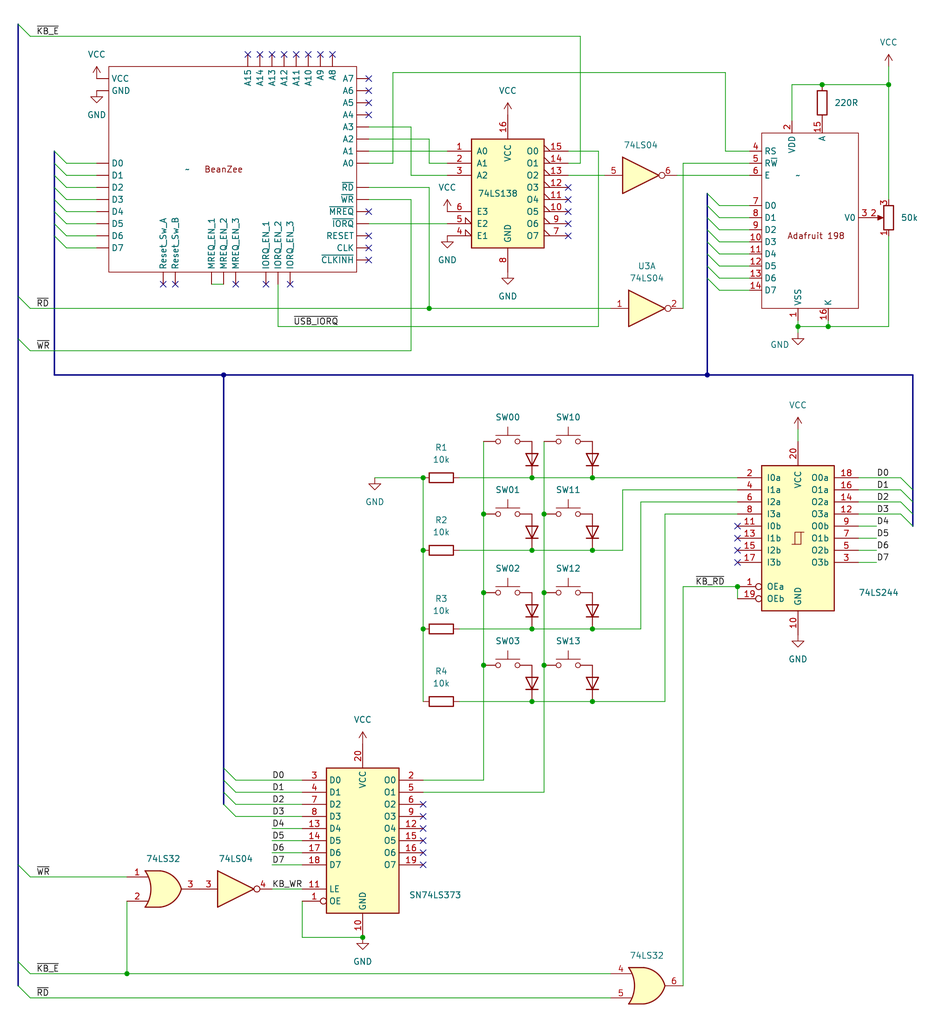
<source format=kicad_sch>
(kicad_sch (version 20230121) (generator eeschema)
  (paper "User" 200 215.011)
  (lib_symbols
    (symbol "74xx:74LS04"
      (property "Reference" "U" (at 0 1.27 0))
      (property "Value" "74LS04" (at 0 -1.27 0))
      (symbol "74LS04_1_0"
        (polyline (pts (xy -3.81 3.81) (xy -3.81 -3.81) (xy 3.81 0) (xy -3.81 3.81)) (stroke (width 0.254)) (fill (type background)))
        (pin input line (at -7.62 0 0) (length 3.81) (name "~") (number "1"))
        (pin output inverted (at 7.62 0 180) (length 3.81) (name "~") (number "2"))
      )
      (symbol "74LS04_2_0"
        (polyline (pts (xy -3.81 3.81) (xy -3.81 -3.81) (xy 3.81 0) (xy -3.81 3.81)) (stroke (width 0.254)) (fill (type background)))
        (pin input line (at -7.62 0 0) (length 3.81) (name "~") (number "3"))
        (pin output inverted (at 7.62 0 180) (length 3.81) (name "~") (number "4"))
      )
      (symbol "74LS04_3_0"
        (polyline (pts (xy -3.81 3.81) (xy -3.81 -3.81) (xy 3.81 0) (xy -3.81 3.81)) (stroke (width 0.254)) (fill (type background)))
        (pin input line (at -7.62 0 0) (length 3.81) (name "~") (number "5"))
        (pin output inverted (at 7.62 0 180) (length 3.81) (name "~") (number "6"))
      )
      (symbol "74LS04_4_0"
        (polyline (pts (xy -3.81 3.81) (xy -3.81 -3.81) (xy 3.81 0) (xy -3.81 3.81)) (stroke (width 0.254)) (fill (type background)))
        (pin output inverted (at 7.62 0 180) (length 3.81) (name "~") (number "8"))
        (pin input line (at -7.62 0 0) (length 3.81) (name "~") (number "9"))
      )
      (symbol "74LS04_5_0"
        (polyline (pts (xy -3.81 3.81) (xy -3.81 -3.81) (xy 3.81 0) (xy -3.81 3.81)) (stroke (width 0.254)) (fill (type background)))
        (pin output inverted (at 7.62 0 180) (length 3.81) (name "~") (number "10"))
        (pin input line (at -7.62 0 0) (length 3.81) (name "~") (number "11"))
      )
      (symbol "74LS04_6_0"
        (polyline (pts (xy -3.81 3.81) (xy -3.81 -3.81) (xy 3.81 0) (xy -3.81 3.81)) (stroke (width 0.254)) (fill (type background)))
        (pin output inverted (at 7.62 0 180) (length 3.81) (name "~") (number "12"))
        (pin input line (at -7.62 0 0) (length 3.81) (name "~") (number "13"))
      )
      (symbol "74LS04_7_0"
        (pin power_in line (at 0 12.7 270) (length 5.08) (name "VCC") (number "14"))
        (pin power_in line (at 0 -12.7 90) (length 5.08) (name "GND") (number "7"))
      )
      (symbol "74LS04_7_1"
        (rectangle (start -5.08 7.62) (end 5.08 -7.62) (stroke (width 0.254)) (fill (type background)))
      )
    )
    (symbol "74xx:74LS138" (pin_names (offset 1.016))
      (property "Reference" "U" (at -7.62 11.43 0))
      (property "Value" "74LS138" (at -7.62 -13.97 0))
      (symbol "74LS138_1_0"
        (pin input line (at -12.7 7.62 0) (length 5.08) (name "A0") (number "1"))
        (pin output output_low (at 12.7 -5.08 180) (length 5.08) (name "O5") (number "10"))
        (pin output output_low (at 12.7 -2.54 180) (length 5.08) (name "O4") (number "11"))
        (pin output output_low (at 12.7 0 180) (length 5.08) (name "O3") (number "12"))
        (pin output output_low (at 12.7 2.54 180) (length 5.08) (name "O2") (number "13"))
        (pin output output_low (at 12.7 5.08 180) (length 5.08) (name "O1") (number "14"))
        (pin output output_low (at 12.7 7.62 180) (length 5.08) (name "O0") (number "15"))
        (pin power_in line (at 0 15.24 270) (length 5.08) (name "VCC") (number "16"))
        (pin input line (at -12.7 5.08 0) (length 5.08) (name "A1") (number "2"))
        (pin input line (at -12.7 2.54 0) (length 5.08) (name "A2") (number "3"))
        (pin input input_low (at -12.7 -10.16 0) (length 5.08) (name "E1") (number "4"))
        (pin input input_low (at -12.7 -7.62 0) (length 5.08) (name "E2") (number "5"))
        (pin input line (at -12.7 -5.08 0) (length 5.08) (name "E3") (number "6"))
        (pin output output_low (at 12.7 -10.16 180) (length 5.08) (name "O7") (number "7"))
        (pin power_in line (at 0 -17.78 90) (length 5.08) (name "GND") (number "8"))
        (pin output output_low (at 12.7 -7.62 180) (length 5.08) (name "O6") (number "9"))
      )
      (symbol "74LS138_1_1"
        (rectangle (start -7.62 10.16) (end 7.62 -12.7) (stroke (width 0.254)) (fill (type background)))
      )
    )
    (symbol "74xx:74LS244" (pin_names (offset 1.016))
      (property "Reference" "U" (at -7.62 16.51 0))
      (property "Value" "74LS244" (at -7.62 -16.51 0))
      (symbol "74LS244_1_0"
        (polyline (pts (xy -0.635 -1.27) (xy -0.635 1.27) (xy 0.635 1.27)))
        (polyline (pts (xy -1.27 -1.27) (xy 0.635 -1.27) (xy 0.635 1.27) (xy 1.27 1.27)))
        (pin input inverted (at -12.7 -10.16 0) (length 5.08) (name "OEa") (number "1"))
        (pin power_in line (at 0 -20.32 90) (length 5.08) (name "GND") (number "10"))
        (pin input line (at -12.7 2.54 0) (length 5.08) (name "I0b") (number "11"))
        (pin tri_state line (at 12.7 5.08 180) (length 5.08) (name "O3a") (number "12"))
        (pin input line (at -12.7 0 0) (length 5.08) (name "I1b") (number "13"))
        (pin tri_state line (at 12.7 7.62 180) (length 5.08) (name "O2a") (number "14"))
        (pin input line (at -12.7 -2.54 0) (length 5.08) (name "I2b") (number "15"))
        (pin tri_state line (at 12.7 10.16 180) (length 5.08) (name "O1a") (number "16"))
        (pin input line (at -12.7 -5.08 0) (length 5.08) (name "I3b") (number "17"))
        (pin tri_state line (at 12.7 12.7 180) (length 5.08) (name "O0a") (number "18"))
        (pin input inverted (at -12.7 -12.7 0) (length 5.08) (name "OEb") (number "19"))
        (pin input line (at -12.7 12.7 0) (length 5.08) (name "I0a") (number "2"))
        (pin power_in line (at 0 20.32 270) (length 5.08) (name "VCC") (number "20"))
        (pin tri_state line (at 12.7 -5.08 180) (length 5.08) (name "O3b") (number "3"))
        (pin input line (at -12.7 10.16 0) (length 5.08) (name "I1a") (number "4"))
        (pin tri_state line (at 12.7 -2.54 180) (length 5.08) (name "O2b") (number "5"))
        (pin input line (at -12.7 7.62 0) (length 5.08) (name "I2a") (number "6"))
        (pin tri_state line (at 12.7 0 180) (length 5.08) (name "O1b") (number "7"))
        (pin input line (at -12.7 5.08 0) (length 5.08) (name "I3a") (number "8"))
        (pin tri_state line (at 12.7 2.54 180) (length 5.08) (name "O0b") (number "9"))
      )
      (symbol "74LS244_1_1"
        (rectangle (start -7.62 15.24) (end 7.62 -15.24) (stroke (width 0.254)) (fill (type background)))
      )
    )
    (symbol "74xx:74LS32" (pin_names (offset 1.016))
      (property "Reference" "U" (at 0 1.27 0))
      (property "Value" "74LS32" (at 0 -1.27 0))
      (symbol "74LS32_1_1"
        (arc (start -3.81 -3.81) (mid -2.589 0) (end -3.81 3.81) (stroke (width 0.254)))
        (arc (start -0.6096 -3.81) (mid 2.1842 -2.5851) (end 3.81 0) (stroke (width 0.254)) (fill (type background)))
        (polyline (pts (xy -3.81 -3.81) (xy -0.635 -3.81)) (stroke (width 0.254)) (fill (type background)))
        (polyline (pts (xy -3.81 3.81) (xy -0.635 3.81)) (stroke (width 0.254)) (fill (type background)))
        (polyline (pts (xy -0.635 3.81) (xy -3.81 3.81) (xy -3.81 3.81) (xy -3.556 3.4036) (xy -3.0226 2.2606) (xy -2.6924 1.0414) (xy -2.6162 -0.254) (xy -2.7686 -1.4986) (xy -3.175 -2.7178) (xy -3.81 -3.81) (xy -3.81 -3.81) (xy -0.635 -3.81)) (stroke (width -25.4)) (fill (type background)))
        (arc (start 3.81 0) (mid 2.1915 2.5936) (end -0.6096 3.81) (stroke (width 0.254)) (fill (type background)))
        (pin input line (at -7.62 2.54 0) (length 4.318) (name "~") (number "1"))
        (pin input line (at -7.62 -2.54 0) (length 4.318) (name "~") (number "2"))
        (pin output line (at 7.62 0 180) (length 3.81) (name "~") (number "3"))
      )
      (symbol "74LS32_1_2"
        (arc (start 0 -3.81) (mid 3.7934 0) (end 0 3.81) (stroke (width 0.254)) (fill (type background)))
        (polyline (pts (xy 0 3.81) (xy -3.81 3.81) (xy -3.81 -3.81) (xy 0 -3.81)) (stroke (width 0.254)) (fill (type background)))
        (pin input inverted (at -7.62 2.54 0) (length 3.81) (name "~") (number "1"))
        (pin input inverted (at -7.62 -2.54 0) (length 3.81) (name "~") (number "2"))
        (pin output inverted (at 7.62 0 180) (length 3.81) (name "~") (number "3"))
      )
      (symbol "74LS32_2_1"
        (arc (start -3.81 -3.81) (mid -2.589 0) (end -3.81 3.81) (stroke (width 0.254)))
        (arc (start -0.6096 -3.81) (mid 2.1842 -2.5851) (end 3.81 0) (stroke (width 0.254)) (fill (type background)))
        (polyline (pts (xy -3.81 -3.81) (xy -0.635 -3.81)) (stroke (width 0.254)) (fill (type background)))
        (polyline (pts (xy -3.81 3.81) (xy -0.635 3.81)) (stroke (width 0.254)) (fill (type background)))
        (polyline (pts (xy -0.635 3.81) (xy -3.81 3.81) (xy -3.81 3.81) (xy -3.556 3.4036) (xy -3.0226 2.2606) (xy -2.6924 1.0414) (xy -2.6162 -0.254) (xy -2.7686 -1.4986) (xy -3.175 -2.7178) (xy -3.81 -3.81) (xy -3.81 -3.81) (xy -0.635 -3.81)) (stroke (width -25.4)) (fill (type background)))
        (arc (start 3.81 0) (mid 2.1915 2.5936) (end -0.6096 3.81) (stroke (width 0.254)) (fill (type background)))
        (pin input line (at -7.62 2.54 0) (length 4.318) (name "~") (number "4"))
        (pin input line (at -7.62 -2.54 0) (length 4.318) (name "~") (number "5"))
        (pin output line (at 7.62 0 180) (length 3.81) (name "~") (number "6"))
      )
      (symbol "74LS32_2_2"
        (arc (start 0 -3.81) (mid 3.7934 0) (end 0 3.81) (stroke (width 0.254)) (fill (type background)))
        (polyline (pts (xy 0 3.81) (xy -3.81 3.81) (xy -3.81 -3.81) (xy 0 -3.81)) (stroke (width 0.254)) (fill (type background)))
        (pin input inverted (at -7.62 2.54 0) (length 3.81) (name "~") (number "4"))
        (pin input inverted (at -7.62 -2.54 0) (length 3.81) (name "~") (number "5"))
        (pin output inverted (at 7.62 0 180) (length 3.81) (name "~") (number "6"))
      )
      (symbol "74LS32_3_1"
        (arc (start -3.81 -3.81) (mid -2.589 0) (end -3.81 3.81) (stroke (width 0.254)))
        (arc (start -0.6096 -3.81) (mid 2.1842 -2.5851) (end 3.81 0) (stroke (width 0.254)) (fill (type background)))
        (polyline (pts (xy -3.81 -3.81) (xy -0.635 -3.81)) (stroke (width 0.254)) (fill (type background)))
        (polyline (pts (xy -3.81 3.81) (xy -0.635 3.81)) (stroke (width 0.254)) (fill (type background)))
        (polyline (pts (xy -0.635 3.81) (xy -3.81 3.81) (xy -3.81 3.81) (xy -3.556 3.4036) (xy -3.0226 2.2606) (xy -2.6924 1.0414) (xy -2.6162 -0.254) (xy -2.7686 -1.4986) (xy -3.175 -2.7178) (xy -3.81 -3.81) (xy -3.81 -3.81) (xy -0.635 -3.81)) (stroke (width -25.4)) (fill (type background)))
        (arc (start 3.81 0) (mid 2.1915 2.5936) (end -0.6096 3.81) (stroke (width 0.254)) (fill (type background)))
        (pin input line (at -7.62 -2.54 0) (length 4.318) (name "~") (number "10"))
        (pin output line (at 7.62 0 180) (length 3.81) (name "~") (number "8"))
        (pin input line (at -7.62 2.54 0) (length 4.318) (name "~") (number "9"))
      )
      (symbol "74LS32_3_2"
        (arc (start 0 -3.81) (mid 3.7934 0) (end 0 3.81) (stroke (width 0.254)) (fill (type background)))
        (polyline (pts (xy 0 3.81) (xy -3.81 3.81) (xy -3.81 -3.81) (xy 0 -3.81)) (stroke (width 0.254)) (fill (type background)))
        (pin input inverted (at -7.62 -2.54 0) (length 3.81) (name "~") (number "10"))
        (pin output inverted (at 7.62 0 180) (length 3.81) (name "~") (number "8"))
        (pin input inverted (at -7.62 2.54 0) (length 3.81) (name "~") (number "9"))
      )
      (symbol "74LS32_4_1"
        (arc (start -3.81 -3.81) (mid -2.589 0) (end -3.81 3.81) (stroke (width 0.254)))
        (arc (start -0.6096 -3.81) (mid 2.1842 -2.5851) (end 3.81 0) (stroke (width 0.254)) (fill (type background)))
        (polyline (pts (xy -3.81 -3.81) (xy -0.635 -3.81)) (stroke (width 0.254)) (fill (type background)))
        (polyline (pts (xy -3.81 3.81) (xy -0.635 3.81)) (stroke (width 0.254)) (fill (type background)))
        (polyline (pts (xy -0.635 3.81) (xy -3.81 3.81) (xy -3.81 3.81) (xy -3.556 3.4036) (xy -3.0226 2.2606) (xy -2.6924 1.0414) (xy -2.6162 -0.254) (xy -2.7686 -1.4986) (xy -3.175 -2.7178) (xy -3.81 -3.81) (xy -3.81 -3.81) (xy -0.635 -3.81)) (stroke (width -25.4)) (fill (type background)))
        (arc (start 3.81 0) (mid 2.1915 2.5936) (end -0.6096 3.81) (stroke (width 0.254)) (fill (type background)))
        (pin output line (at 7.62 0 180) (length 3.81) (name "~") (number "11"))
        (pin input line (at -7.62 2.54 0) (length 4.318) (name "~") (number "12"))
        (pin input line (at -7.62 -2.54 0) (length 4.318) (name "~") (number "13"))
      )
      (symbol "74LS32_4_2"
        (arc (start 0 -3.81) (mid 3.7934 0) (end 0 3.81) (stroke (width 0.254)) (fill (type background)))
        (polyline (pts (xy 0 3.81) (xy -3.81 3.81) (xy -3.81 -3.81) (xy 0 -3.81)) (stroke (width 0.254)) (fill (type background)))
        (pin output inverted (at 7.62 0 180) (length 3.81) (name "~") (number "11"))
        (pin input inverted (at -7.62 2.54 0) (length 3.81) (name "~") (number "12"))
        (pin input inverted (at -7.62 -2.54 0) (length 3.81) (name "~") (number "13"))
      )
      (symbol "74LS32_5_0"
        (pin power_in line (at 0 12.7 270) (length 5.08) (name "VCC") (number "14"))
        (pin power_in line (at 0 -12.7 90) (length 5.08) (name "GND") (number "7"))
      )
      (symbol "74LS32_5_1"
        (rectangle (start -5.08 7.62) (end 5.08 -7.62) (stroke (width 0.254)) (fill (type background)))
      )
    )
    (symbol "74xx:74LS373"
      (property "Reference" "U" (at -7.62 16.51 0))
      (property "Value" "74LS373" (at -7.62 -16.51 0))
      (symbol "74LS373_1_0"
        (pin input inverted (at -12.7 -12.7 0) (length 5.08) (name "OE") (number "1"))
        (pin power_in line (at 0 -20.32 90) (length 5.08) (name "GND") (number "10"))
        (pin input line (at -12.7 -10.16 0) (length 5.08) (name "LE") (number "11"))
        (pin tri_state line (at 12.7 2.54 180) (length 5.08) (name "O4") (number "12"))
        (pin input line (at -12.7 2.54 0) (length 5.08) (name "D4") (number "13"))
        (pin input line (at -12.7 0 0) (length 5.08) (name "D5") (number "14"))
        (pin tri_state line (at 12.7 0 180) (length 5.08) (name "O5") (number "15"))
        (pin tri_state line (at 12.7 -2.54 180) (length 5.08) (name "O6") (number "16"))
        (pin input line (at -12.7 -2.54 0) (length 5.08) (name "D6") (number "17"))
        (pin input line (at -12.7 -5.08 0) (length 5.08) (name "D7") (number "18"))
        (pin tri_state line (at 12.7 -5.08 180) (length 5.08) (name "O7") (number "19"))
        (pin tri_state line (at 12.7 12.7 180) (length 5.08) (name "O0") (number "2"))
        (pin power_in line (at 0 20.32 270) (length 5.08) (name "VCC") (number "20"))
        (pin input line (at -12.7 12.7 0) (length 5.08) (name "D0") (number "3"))
        (pin input line (at -12.7 10.16 0) (length 5.08) (name "D1") (number "4"))
        (pin tri_state line (at 12.7 10.16 180) (length 5.08) (name "O1") (number "5"))
        (pin tri_state line (at 12.7 7.62 180) (length 5.08) (name "O2") (number "6"))
        (pin input line (at -12.7 7.62 0) (length 5.08) (name "D2") (number "7"))
        (pin input line (at -12.7 5.08 0) (length 5.08) (name "D3") (number "8"))
        (pin tri_state line (at 12.7 5.08 180) (length 5.08) (name "O3") (number "9"))
      )
      (symbol "74LS373_1_1"
        (rectangle (start -7.62 15.24) (end 7.62 -15.24) (stroke (width 0.254)) (fill (type background)))
      )
    )
    (symbol "BeanZee:BeanZee"
      (property "Reference" "U" (at 7.62 -3.81 0))
      (symbol "BeanZee_0_1"
        (rectangle (start -16.51 21.59) (end 35.56 -21.59))
      )
      (symbol "BeanZee_1_1"
        (text "BeanZee" (at 7.62 0 0) (effects (font (size 1.27 1.27))))
        (pin output line (at 38.1 1.27 180) (length 2.54) (name "A0") (number ""))
        (pin output line (at 38.1 3.81 180) (length 2.54) (name "A1") (number ""))
        (pin output line (at 25.4 24.13 270) (length 2.54) (name "A10") (number ""))
        (pin output line (at 22.86 24.13 270) (length 2.54) (name "A11") (number ""))
        (pin output line (at 20.32 24.13 270) (length 2.54) (name "A12") (number ""))
        (pin output line (at 17.78 24.13 270) (length 2.54) (name "A13") (number ""))
        (pin output line (at 15.24 24.13 270) (length 2.54) (name "A14") (number ""))
        (pin output line (at 12.7 24.13 270) (length 2.54) (name "A15") (number ""))
        (pin output line (at 38.1 6.35 180) (length 2.54) (name "A2") (number ""))
        (pin output line (at 38.1 8.89 180) (length 2.54) (name "A3") (number ""))
        (pin output line (at 38.1 11.43 180) (length 2.54) (name "A4") (number ""))
        (pin output line (at 38.1 13.97 180) (length 2.54) (name "A5") (number ""))
        (pin output line (at 38.1 16.51 180) (length 2.54) (name "A6") (number ""))
        (pin output line (at 38.1 19.05 180) (length 2.54) (name "A7") (number ""))
        (pin output line (at 30.48 24.13 270) (length 2.54) (name "A8") (number ""))
        (pin output line (at 27.94 24.13 270) (length 2.54) (name "A9") (number ""))
        (pin tri_state line (at 38.1 -16.51 180) (length 2.54) (name "CLK") (number ""))
        (pin tri_state line (at -19.05 1.27 0) (length 2.54) (name "D0") (number ""))
        (pin tri_state line (at -19.05 -1.27 0) (length 2.54) (name "D1") (number ""))
        (pin tri_state line (at -19.05 -3.81 0) (length 2.54) (name "D2") (number ""))
        (pin tri_state line (at -19.05 -6.35 0) (length 2.54) (name "D3") (number ""))
        (pin tri_state line (at -19.05 -8.89 0) (length 2.54) (name "D4") (number ""))
        (pin tri_state line (at -19.05 -11.43 0) (length 2.54) (name "D5") (number ""))
        (pin tri_state line (at -19.05 -13.97 0) (length 2.54) (name "D6") (number ""))
        (pin tri_state line (at -19.05 -16.51 0) (length 2.54) (name "D7") (number ""))
        (pin power_out line (at -19.05 16.51 0) (length 2.54) (name "GND") (number ""))
        (pin input line (at 16.51 -24.13 90) (length 2.54) (name "IORQ_EN_1") (number ""))
        (pin input line (at 19.05 -24.13 90) (length 2.54) (name "IORQ_EN_2") (number ""))
        (pin input line (at 21.59 -24.13 90) (length 2.54) (name "IORQ_EN_3") (number ""))
        (pin input line (at 5.08 -24.13 90) (length 2.54) (name "MREQ_EN_1") (number ""))
        (pin input line (at 7.62 -24.13 90) (length 2.54) (name "MREQ_EN_2") (number ""))
        (pin input line (at 10.16 -24.13 90) (length 2.54) (name "MREQ_EN_3") (number ""))
        (pin tri_state line (at 38.1 -13.97 180) (length 2.54) (name "RESET") (number ""))
        (pin input line (at -5.08 -24.13 90) (length 2.54) (name "Reset_Sw_A") (number ""))
        (pin input line (at -2.54 -24.13 90) (length 2.54) (name "Reset_Sw_B") (number ""))
        (pin power_out line (at -19.05 19.05 0) (length 2.54) (name "VCC") (number ""))
        (pin input line (at 38.1 -19.05 180) (length 2.54) (name "~{CLKINH}") (number ""))
        (pin output line (at 38.1 -11.43 180) (length 2.54) (name "~{IORQ}") (number ""))
        (pin output line (at 38.1 -8.89 180) (length 2.54) (name "~{MREQ}") (number ""))
        (pin output line (at 38.1 -3.81 180) (length 2.54) (name "~{RD}") (number ""))
        (pin output line (at 38.1 -6.35 180) (length 2.54) (name "~{WR}") (number ""))
      )
    )
    (symbol "Device:R" (pin_numbers hide) (pin_names (offset 0))
      (property "Reference" "R" (at 2.032 0 90))
      (property "Value" "R" (at 0 0 90))
      (symbol "R_0_1"
        (rectangle (start -1.016 -2.54) (end 1.016 2.54) (stroke (width 0.254)))
      )
      (symbol "R_1_1"
        (pin passive line (at 0 3.81 270) (length 1.27) (name "~") (number "1"))
        (pin passive line (at 0 -3.81 90) (length 1.27) (name "~") (number "2"))
      )
    )
    (symbol "Device:R_Potentiometer" (pin_names (offset 1.016) hide)
      (property "Reference" "RV" (at -4.445 0 90))
      (property "Value" "R_Potentiometer" (at -2.54 0 90))
      (symbol "R_Potentiometer_0_1"
        (polyline (pts (xy 2.54 0) (xy 1.524 0)))
        (polyline (pts (xy 1.143 0) (xy 2.286 0.508) (xy 2.286 -0.508) (xy 1.143 0)) (fill (type outline)))
        (rectangle (start 1.016 2.54) (end -1.016 -2.54) (stroke (width 0.254)))
      )
      (symbol "R_Potentiometer_1_1"
        (pin passive line (at 0 3.81 270) (length 1.27) (name "1") (number "1"))
        (pin passive line (at 3.81 0 180) (length 1.27) (name "2") (number "2"))
        (pin passive line (at 0 -3.81 90) (length 1.27) (name "3") (number "3"))
      )
    )
    (symbol "Diode:1N4148" (pin_numbers hide) (pin_names hide)
      (property "Reference" "D" (at 0 2.54 0))
      (property "Value" "1N4148" (at 0 -2.54 0))
      (symbol "1N4148_0_1"
        (polyline (pts (xy -1.27 1.27) (xy -1.27 -1.27)) (stroke (width 0.254)))
        (polyline (pts (xy 1.27 0) (xy -1.27 0)))
        (polyline (pts (xy 1.27 1.27) (xy 1.27 -1.27) (xy -1.27 0) (xy 1.27 1.27)) (stroke (width 0.254)))
      )
      (symbol "1N4148_1_1"
        (pin passive line (at -3.81 0 0) (length 2.54) (name "K") (number "1"))
        (pin passive line (at 3.81 0 180) (length 2.54) (name "A") (number "2"))
      )
    )
    (symbol "HD44780:adafruit-198"
      (property "Reference" "U" (at 2.54 -3.81 0))
      (symbol "adafruit-198_0_1"
        (rectangle (start -7.62 8.89) (end 12.7 -27.94))
      )
      (symbol "adafruit-198_1_1"
        (text "Adafruit 198" (at 3.81 -12.7 0) (effects (font (size 1.27 1.27))))
        (pin power_in line (at 0 -30.48 90) (length 2.54) (name "VSS") (number "1"))
        (pin tri_state line (at -10.16 -13.97 0) (length 2.54) (name "D3") (number "10"))
        (pin tri_state line (at -10.16 -16.51 0) (length 2.54) (name "D4") (number "11"))
        (pin tri_state line (at -10.16 -19.05 0) (length 2.54) (name "D5") (number "12"))
        (pin tri_state line (at -10.16 -21.59 0) (length 2.54) (name "D6") (number "13"))
        (pin tri_state line (at -10.16 -24.13 0) (length 2.54) (name "D7") (number "14"))
        (pin power_in line (at 5.08 11.43 270) (length 2.54) (name "A") (number "15"))
        (pin power_in line (at 6.35 -30.48 90) (length 2.54) (name "K") (number "16"))
        (pin power_in line (at -1.27 11.43 270) (length 2.54) (name "VDD") (number "2"))
        (pin input line (at 15.24 -8.89 180) (length 2.54) (name "V0") (number "3"))
        (pin input line (at -10.16 5.08 0) (length 2.54) (name "RS") (number "4"))
        (pin input line (at -10.16 2.54 0) (length 2.54) (name "R~{W}") (number "5"))
        (pin input line (at -10.16 0 0) (length 2.54) (name "E") (number "6"))
        (pin tri_state line (at -10.16 -6.35 0) (length 2.54) (name "D0") (number "7"))
        (pin tri_state line (at -10.16 -8.89 0) (length 2.54) (name "D1") (number "8"))
        (pin tri_state line (at -10.16 -11.43 0) (length 2.54) (name "D2") (number "9"))
      )
    )
    (symbol "Switch:SW_Push" (pin_numbers hide) (pin_names (offset 1.016) hide)
      (property "Reference" "SW" (at 1.27 2.54 0))
      (property "Value" "SW_Push" (at 0 -1.524 0))
      (symbol "SW_Push_0_1"
        (circle (center -2.032 0) (radius 0.508))
        (polyline (pts (xy 0 1.27) (xy 0 3.048)))
        (polyline (pts (xy 2.54 1.27) (xy -2.54 1.27)))
        (circle (center 2.032 0) (radius 0.508))
        (pin passive line (at -5.08 0 0) (length 2.54) (name "1") (number "1"))
        (pin passive line (at 5.08 0 180) (length 2.54) (name "2") (number "2"))
      )
    )
    (symbol "power:GND" (power) (pin_numbers hide) (pin_names (offset 0) hide)
      (property "Value" "GND" (at 0 -3.81 0))
      (symbol "GND_0_1"
        (polyline (pts (xy 0 0) (xy 0 -1.27) (xy 1.27 -1.27) (xy 0 -2.54) (xy -1.27 -1.27) (xy 0 -1.27)))
      )
      (symbol "GND_1_1"
        (pin power_in line (at 0 0 270) (length 0) hide (name "GND") (number "1"))
      )
    )
    (symbol "power:VCC" (power) (pin_numbers hide) (pin_names (offset 0) hide)
      (property "Value" "VCC" (at 0 3.81 0))
      (symbol "VCC_0_1"
        (polyline (pts (xy -0.762 1.27) (xy 0 2.54)))
        (polyline (pts (xy 0 0) (xy 0 2.54)))
        (polyline (pts (xy 0 2.54) (xy 0.762 1.27)))
      )
      (symbol "VCC_1_1"
        (pin power_in line (at 0 0 90) (length 0) hide (name "VCC") (number "1"))
      )
    )
  )
  (junction (at 101.6 124.46))
  (junction (at 124.46 100.33))
  (junction (at 111.76 100.33))
  (junction (at 90.17 64.77))
  (junction (at 111.76 147.32))
  (junction (at 111.76 132.08))
  (junction (at 114.3 107.95))
  (junction (at 88.9 132.08))
  (junction (at 111.76 115.57))
  (junction (at 101.6 139.7))
  (junction (at 114.3 124.46))
  (junction (at 148.59 78.74))
  (junction (at 88.9 115.57))
  (junction (at 114.3 139.7))
  (junction (at 124.46 147.32))
  (junction (at 124.46 115.57))
  (junction (at 46.99 78.74))
  (junction (at 167.64 68.58))
  (junction (at 186.69 17.78))
  (junction (at 154.94 123.19))
  (junction (at 76.2 196.85))
  (junction (at 173.99 68.58))
  (junction (at 101.6 107.95))
  (junction (at 124.46 132.08))
  (junction (at 172.72 17.78))
  (junction (at 26.67 204.47))
  (junction (at 88.9 100.33))
  (no_connect (at 119.38 39.37))
  (no_connect (at 36.83 59.69))
  (no_connect (at 34.29 59.69))
  (no_connect (at 154.94 113.03))
  (no_connect (at 77.47 19.05))
  (no_connect (at 88.9 171.45))
  (no_connect (at 119.38 46.99))
  (no_connect (at 77.47 44.45))
  (no_connect (at 64.77 11.43))
  (no_connect (at 77.47 21.59))
  (no_connect (at 77.47 16.51))
  (no_connect (at 88.9 181.61))
  (no_connect (at 69.85 11.43))
  (no_connect (at 154.94 118.11))
  (no_connect (at 77.47 49.53))
  (no_connect (at 77.47 24.13))
  (no_connect (at 77.47 54.61))
  (no_connect (at 119.38 44.45))
  (no_connect (at 119.38 49.53))
  (no_connect (at 88.9 179.07))
  (no_connect (at 49.53 59.69))
  (no_connect (at 59.69 11.43))
  (no_connect (at 88.9 176.53))
  (no_connect (at 54.61 11.43))
  (no_connect (at 154.94 110.49))
  (no_connect (at 67.31 11.43))
  (no_connect (at 60.96 59.69))
  (no_connect (at 55.88 59.69))
  (no_connect (at 88.9 173.99))
  (no_connect (at 77.47 52.07))
  (no_connect (at 88.9 168.91))
  (no_connect (at 119.38 41.91))
  (no_connect (at 57.15 11.43))
  (no_connect (at 154.94 115.57))
  (no_connect (at 52.07 11.43))
  (no_connect (at 62.23 11.43))
  (bus_entry (at 46.99 168.91) (size 2.54 2.54))
  (bus_entry (at 3.81 207.01) (size 2.54 2.54))
  (bus_entry (at 148.59 45.72) (size 2.54 2.54))
  (bus_entry (at 148.59 48.26) (size 2.54 2.54))
  (bus_entry (at 11.43 46.99) (size 2.54 2.54))
  (bus_entry (at 46.99 163.83) (size 2.54 2.54))
  (bus_entry (at 11.43 49.53) (size 2.54 2.54))
  (bus_entry (at 11.43 39.37) (size 2.54 2.54))
  (bus_entry (at 148.59 43.18) (size 2.54 2.54))
  (bus_entry (at 148.59 58.42) (size 2.54 2.54))
  (bus_entry (at 148.59 55.88) (size 2.54 2.54))
  (bus_entry (at 11.43 36.83) (size 2.54 2.54))
  (bus_entry (at 11.43 31.75) (size 2.54 2.54))
  (bus_entry (at 148.59 50.8) (size 2.54 2.54))
  (bus_entry (at 3.81 5.08) (size 2.54 2.54))
  (bus_entry (at 189.23 105.41) (size 2.54 2.54))
  (bus_entry (at 11.43 34.29) (size 2.54 2.54))
  (bus_entry (at 189.23 107.95) (size 2.54 2.54))
  (bus_entry (at 3.81 71.12) (size 2.54 2.54))
  (bus_entry (at 189.23 102.87) (size 2.54 2.54))
  (bus_entry (at 46.99 166.37) (size 2.54 2.54))
  (bus_entry (at 11.43 44.45) (size 2.54 2.54))
  (bus_entry (at 148.59 53.34) (size 2.54 2.54))
  (bus_entry (at 46.99 161.29) (size 2.54 2.54))
  (bus_entry (at 189.23 100.33) (size 2.54 2.54))
  (bus_entry (at 3.81 62.23) (size 2.54 2.54))
  (bus_entry (at 3.81 181.61) (size 2.54 2.54))
  (bus_entry (at 148.59 40.64) (size 2.54 2.54))
  (bus_entry (at 11.43 41.91) (size 2.54 2.54))
  (bus_entry (at 3.81 201.93) (size 2.54 2.54))
  (bus (pts (xy 46.99 78.74) (xy 148.59 78.74)))
  (bus (pts (xy 148.59 43.18) (xy 148.59 45.72)))
  (wire (pts (xy 114.3 124.46) (xy 114.3 139.7)))
  (wire (pts (xy 6.35 7.62) (xy 121.92 7.62)))
  (wire (pts (xy 180.34 118.11) (xy 184.15 118.11)))
  (wire (pts (xy 114.3 139.7) (xy 114.3 166.37)))
  (bus (pts (xy 46.99 161.29) (xy 46.99 163.83)))
  (bus (pts (xy 46.99 166.37) (xy 46.99 168.91)))
  (wire (pts (xy 57.15 176.53) (xy 63.5 176.53)))
  (wire (pts (xy 77.47 31.75) (xy 93.98 31.75)))
  (wire (pts (xy 151.13 43.18) (xy 157.48 43.18)))
  (bus (pts (xy 191.77 78.74) (xy 191.77 102.87)))
  (bus (pts (xy 3.81 201.93) (xy 3.81 207.01)))
  (wire (pts (xy 82.55 34.29) (xy 82.55 15.24)))
  (bus (pts (xy 11.43 36.83) (xy 11.43 39.37)))
  (bus (pts (xy 148.59 48.26) (xy 148.59 50.8)))
  (bus (pts (xy 3.81 5.08) (xy 3.81 62.23)))
  (wire (pts (xy 57.15 181.61) (xy 63.5 181.61)))
  (wire (pts (xy 186.69 17.78) (xy 172.72 17.78)))
  (bus (pts (xy 3.81 71.12) (xy 3.81 181.61)))
  (wire (pts (xy 124.46 100.33) (xy 154.94 100.33)))
  (wire (pts (xy 6.35 184.15) (xy 26.67 184.15)))
  (wire (pts (xy 49.53 166.37) (xy 63.5 166.37)))
  (wire (pts (xy 101.6 124.46) (xy 101.6 139.7)))
  (wire (pts (xy 13.97 41.91) (xy 20.32 41.91)))
  (bus (pts (xy 148.59 78.74) (xy 191.77 78.74)))
  (wire (pts (xy 154.94 105.41) (xy 134.62 105.41)))
  (bus (pts (xy 148.59 58.42) (xy 148.59 78.74)))
  (wire (pts (xy 49.53 171.45) (xy 63.5 171.45)))
  (wire (pts (xy 88.9 166.37) (xy 114.3 166.37)))
  (wire (pts (xy 63.5 189.23) (xy 63.5 196.85)))
  (wire (pts (xy 13.97 49.53) (xy 20.32 49.53)))
  (wire (pts (xy 26.67 204.47) (xy 128.27 204.47)))
  (wire (pts (xy 166.37 17.78) (xy 166.37 25.4)))
  (wire (pts (xy 121.92 7.62) (xy 121.92 34.29)))
  (wire (pts (xy 57.15 186.69) (xy 63.5 186.69)))
  (wire (pts (xy 13.97 52.07) (xy 20.32 52.07)))
  (wire (pts (xy 49.53 168.91) (xy 63.5 168.91)))
  (wire (pts (xy 186.69 49.53) (xy 186.69 68.58)))
  (wire (pts (xy 49.53 163.83) (xy 63.5 163.83)))
  (bus (pts (xy 191.77 102.87) (xy 191.77 105.41)))
  (wire (pts (xy 88.9 100.33) (xy 88.9 115.57)))
  (wire (pts (xy 119.38 34.29) (xy 121.92 34.29)))
  (wire (pts (xy 6.35 204.47) (xy 26.67 204.47)))
  (bus (pts (xy 148.59 40.64) (xy 148.59 43.18)))
  (wire (pts (xy 125.73 31.75) (xy 125.73 68.58)))
  (wire (pts (xy 151.13 55.88) (xy 157.48 55.88)))
  (wire (pts (xy 77.47 46.99) (xy 93.98 46.99)))
  (wire (pts (xy 90.17 34.29) (xy 90.17 29.21)))
  (bus (pts (xy 3.81 62.23) (xy 3.81 71.12)))
  (wire (pts (xy 111.76 132.08) (xy 124.46 132.08)))
  (wire (pts (xy 180.34 110.49) (xy 184.15 110.49)))
  (wire (pts (xy 151.13 60.96) (xy 157.48 60.96)))
  (wire (pts (xy 134.62 105.41) (xy 134.62 132.08)))
  (bus (pts (xy 148.59 50.8) (xy 148.59 53.34)))
  (wire (pts (xy 180.34 102.87) (xy 189.23 102.87)))
  (wire (pts (xy 86.36 36.83) (xy 86.36 26.67)))
  (wire (pts (xy 167.64 69.85) (xy 167.64 68.58)))
  (wire (pts (xy 96.52 115.57) (xy 111.76 115.57)))
  (wire (pts (xy 90.17 64.77) (xy 128.27 64.77)))
  (wire (pts (xy 63.5 196.85) (xy 76.2 196.85)))
  (wire (pts (xy 88.9 163.83) (xy 101.6 163.83)))
  (wire (pts (xy 77.47 39.37) (xy 90.17 39.37)))
  (wire (pts (xy 96.52 132.08) (xy 111.76 132.08)))
  (wire (pts (xy 93.98 34.29) (xy 90.17 34.29)))
  (wire (pts (xy 154.94 107.95) (xy 139.7 107.95)))
  (wire (pts (xy 166.37 17.78) (xy 172.72 17.78)))
  (bus (pts (xy 148.59 55.88) (xy 148.59 58.42)))
  (wire (pts (xy 6.35 209.55) (xy 128.27 209.55)))
  (wire (pts (xy 186.69 41.91) (xy 186.69 17.78)))
  (wire (pts (xy 13.97 46.99) (xy 20.32 46.99)))
  (wire (pts (xy 167.64 68.58) (xy 173.99 68.58)))
  (wire (pts (xy 143.51 207.01) (xy 143.51 123.19)))
  (bus (pts (xy 11.43 34.29) (xy 11.43 36.83)))
  (wire (pts (xy 101.6 107.95) (xy 101.6 124.46)))
  (wire (pts (xy 119.38 31.75) (xy 125.73 31.75)))
  (wire (pts (xy 26.67 189.23) (xy 26.67 204.47)))
  (bus (pts (xy 46.99 78.74) (xy 46.99 161.29)))
  (wire (pts (xy 180.34 100.33) (xy 189.23 100.33)))
  (wire (pts (xy 57.15 179.07) (xy 63.5 179.07)))
  (wire (pts (xy 96.52 100.33) (xy 111.76 100.33)))
  (bus (pts (xy 11.43 46.99) (xy 11.43 49.53)))
  (wire (pts (xy 13.97 34.29) (xy 20.32 34.29)))
  (wire (pts (xy 124.46 132.08) (xy 134.62 132.08)))
  (wire (pts (xy 77.47 41.91) (xy 86.36 41.91)))
  (wire (pts (xy 77.47 34.29) (xy 82.55 34.29)))
  (wire (pts (xy 154.94 102.87) (xy 130.81 102.87)))
  (bus (pts (xy 3.81 181.61) (xy 3.81 201.93)))
  (bus (pts (xy 11.43 44.45) (xy 11.43 46.99)))
  (wire (pts (xy 6.35 64.77) (xy 90.17 64.77)))
  (wire (pts (xy 142.24 36.83) (xy 157.48 36.83)))
  (wire (pts (xy 152.4 15.24) (xy 152.4 31.75)))
  (wire (pts (xy 180.34 115.57) (xy 184.15 115.57)))
  (wire (pts (xy 96.52 147.32) (xy 111.76 147.32)))
  (wire (pts (xy 88.9 132.08) (xy 88.9 147.32)))
  (wire (pts (xy 124.46 115.57) (xy 130.81 115.57)))
  (wire (pts (xy 152.4 31.75) (xy 157.48 31.75)))
  (wire (pts (xy 173.99 68.58) (xy 173.99 67.31)))
  (wire (pts (xy 93.98 36.83) (xy 86.36 36.83)))
  (wire (pts (xy 101.6 92.71) (xy 101.6 107.95)))
  (wire (pts (xy 154.94 123.19) (xy 154.94 125.73)))
  (wire (pts (xy 44.45 59.69) (xy 46.99 59.69)))
  (bus (pts (xy 11.43 41.91) (xy 11.43 44.45)))
  (wire (pts (xy 111.76 115.57) (xy 124.46 115.57)))
  (wire (pts (xy 86.36 41.91) (xy 86.36 73.66)))
  (wire (pts (xy 111.76 147.32) (xy 124.46 147.32)))
  (bus (pts (xy 148.59 53.34) (xy 148.59 55.88)))
  (bus (pts (xy 191.77 105.41) (xy 191.77 107.95)))
  (wire (pts (xy 125.73 68.58) (xy 58.42 68.58)))
  (bus (pts (xy 148.59 45.72) (xy 148.59 48.26)))
  (wire (pts (xy 151.13 50.8) (xy 157.48 50.8)))
  (wire (pts (xy 114.3 92.71) (xy 114.3 107.95)))
  (wire (pts (xy 6.35 73.66) (xy 86.36 73.66)))
  (wire (pts (xy 151.13 53.34) (xy 157.48 53.34)))
  (wire (pts (xy 90.17 39.37) (xy 90.17 64.77)))
  (wire (pts (xy 114.3 107.95) (xy 114.3 124.46)))
  (wire (pts (xy 58.42 59.69) (xy 58.42 68.58)))
  (wire (pts (xy 139.7 107.95) (xy 139.7 147.32)))
  (wire (pts (xy 180.34 113.03) (xy 184.15 113.03)))
  (wire (pts (xy 90.17 29.21) (xy 77.47 29.21)))
  (bus (pts (xy 11.43 39.37) (xy 11.43 41.91)))
  (bus (pts (xy 191.77 107.95) (xy 191.77 110.49)))
  (bus (pts (xy 46.99 163.83) (xy 46.99 166.37)))
  (wire (pts (xy 143.51 123.19) (xy 154.94 123.19)))
  (wire (pts (xy 101.6 139.7) (xy 101.6 163.83)))
  (wire (pts (xy 143.51 34.29) (xy 157.48 34.29)))
  (wire (pts (xy 86.36 26.67) (xy 77.47 26.67)))
  (wire (pts (xy 13.97 39.37) (xy 20.32 39.37)))
  (wire (pts (xy 111.76 100.33) (xy 124.46 100.33)))
  (wire (pts (xy 180.34 105.41) (xy 189.23 105.41)))
  (wire (pts (xy 119.38 36.83) (xy 127 36.83)))
  (wire (pts (xy 124.46 147.32) (xy 139.7 147.32)))
  (wire (pts (xy 180.34 107.95) (xy 189.23 107.95)))
  (bus (pts (xy 11.43 78.74) (xy 46.99 78.74)))
  (wire (pts (xy 186.69 13.97) (xy 186.69 17.78)))
  (wire (pts (xy 151.13 58.42) (xy 157.48 58.42)))
  (wire (pts (xy 151.13 48.26) (xy 157.48 48.26)))
  (wire (pts (xy 13.97 36.83) (xy 20.32 36.83)))
  (bus (pts (xy 11.43 31.75) (xy 11.43 34.29)))
  (wire (pts (xy 151.13 45.72) (xy 157.48 45.72)))
  (wire (pts (xy 167.64 68.58) (xy 167.64 67.31)))
  (wire (pts (xy 82.55 15.24) (xy 152.4 15.24)))
  (wire (pts (xy 13.97 44.45) (xy 20.32 44.45)))
  (wire (pts (xy 167.64 90.17) (xy 167.64 92.71)))
  (wire (pts (xy 57.15 173.99) (xy 63.5 173.99)))
  (wire (pts (xy 143.51 64.77) (xy 143.51 34.29)))
  (wire (pts (xy 186.69 68.58) (xy 173.99 68.58)))
  (bus (pts (xy 11.43 49.53) (xy 11.43 78.74)))
  (wire (pts (xy 78.74 100.33) (xy 88.9 100.33)))
  (wire (pts (xy 130.81 102.87) (xy 130.81 115.57)))
  (wire (pts (xy 88.9 115.57) (xy 88.9 132.08)))
  (label "~{USB_IORQ}" (at 71.12 68.58 180))
  (label "~{KB_E}" (at 7.62 204.47 0))
  (label "~{WR}" (at 7.62 184.15 0))
  (label "D4" (at 184.15 110.49 0))
  (label "D3" (at 184.15 107.95 0))
  (label "~{RD}" (at 7.62 209.55 0))
  (label "D3" (at 57.15 171.45 0))
  (label "D1" (at 57.15 166.37 0))
  (label "D6" (at 57.15 179.07 0))
  (label "~{KB_RD}" (at 146.05 123.19 0))
  (label "~{RD}" (at 7.62 64.77 0))
  (label "D0" (at 57.15 163.83 0))
  (label "D5" (at 184.15 113.03 0))
  (label "D7" (at 57.15 181.61 0))
  (label "D2" (at 184.15 105.41 0))
  (label "D7" (at 184.15 118.11 0))
  (label "D6" (at 184.15 115.57 0))
  (label "D4" (at 57.15 173.99 0))
  (label "D1" (at 184.15 102.87 0))
  (label "~{WR}" (at 7.62 73.66 0))
  (label "KB_WR" (at 57.15 186.69 0))
  (label "D2" (at 57.15 168.91 0))
  (label "D0" (at 184.15 100.33 0))
  (label "~{KB_E}" (at 7.62 7.62 0))
  (label "D5" (at 57.15 176.53 0))
  (symbol (lib_id "74xx:74LS04") (at 135.89 64.77 0) (unit 1)
    (property "Reference" "U3" (at 135.89 55.88 0))
    (property "Value" "74LS04" (at 135.89 58.42 0))
    (property "Footprint" "Package_DIP:DIP-14_W7.62mm_Socket_LongPads" (effects hide))
    (property "Datasheet" "http://www.ti.com/lit/gpn/sn74LS04" (effects hide))
  )
  (symbol (lib_id "power:GND") (at 76.2 196.85 0) (unit 1)
    (property "Reference" "#PWR09" (effects hide))
    (property "Value" "GND" (at 76.2 201.93 0))
  )
  (symbol (lib_id "power:GND") (at 78.74 100.33 0) (unit 1)
    (property "Reference" "#PWR05" (effects hide))
    (property "Value" "GND" (at 78.74 105.41 0))
  )
  (symbol (lib_id "74xx:74LS244") (at 167.64 113.03 0) (unit 1)
    (property "Reference" "U3" (effects hide))
    (property "Value" "74LS244" (at 180.34 124.46 0) (effects (justify left)))
    (property "Footprint" "Package_DIP:DIP-20_W7.62mm_Socket_LongPads" (effects hide))
    (property "Datasheet" "http://www.ti.com/lit/ds/symlink/sn74ls244.pdf" (effects hide))
  )
  (symbol (lib_id "Diode:1N4148") (at 124.46 111.76 90) (unit 1)
    (property "Reference" "D11" (effects hide))
    (property "Value" "1N4148" (effects hide))
    (property "Footprint" "Diode_THT:D_DO-35_SOD27_P7.62mm_Horizontal" (effects hide))
    (property "Datasheet" "https://assets.nexperia.com/documents/data-sheet/1N4148_1N4448.pdf" (effects hide))
    (property "Sim.Device" "D" (effects hide))
    (property "Sim.Pins" "1=K 2=A" (effects hide))
  )
  (symbol (lib_id "Switch:SW_Push") (at 106.68 139.7 0) (unit 1)
    (property "Reference" "SW03" (at 106.68 134.62 0))
    (property "Value" "SW_Push_45deg" (effects hide))
    (property "Footprint" "SW_B3F-4000_OMR:SW_B3F-4000_OMR" (effects hide))
  )
  (symbol (lib_id "power:VCC") (at 106.68 24.13 0) (unit 1)
    (property "Reference" "#PWR04" (effects hide))
    (property "Value" "VCC" (at 106.68 19.05 0))
  )
  (symbol (lib_id "HD44780:adafruit-198") (at 167.64 36.83 0) (unit 1)
    (property "Reference" "U4" (effects hide))
    (property "Value" "~" (at 167.64 36.83 0))
  )
  (symbol (lib_id "Device:R_Potentiometer") (at 186.69 45.72 180) (unit 1)
    (property "Reference" "RV2" (effects hide))
    (property "Value" "50k" (at 189.23 45.72 0) (effects (justify right)))
    (property "Footprint" "Connector_PinSocket_2.54mm:PinSocket_1x03_P2.54mm_Vertical" (effects hide))
  )
  (symbol (lib_id "power:GND") (at 106.68 57.15 0) (unit 1)
    (property "Reference" "#PWR06" (effects hide))
    (property "Value" "GND" (at 106.68 62.23 0))
  )
  (symbol (lib_id "Switch:SW_Push") (at 106.68 92.71 0) (unit 1)
    (property "Reference" "SW00" (at 106.68 87.63 0))
    (property "Value" "SW_Push_45deg" (effects hide))
    (property "Footprint" "SW_B3F-4000_OMR:SW_B3F-4000_OMR" (effects hide))
  )
  (symbol (lib_id "power:VCC") (at 167.64 90.17 0) (unit 1)
    (property "Reference" "#PWR07" (effects hide))
    (property "Value" "VCC" (at 167.64 85.09 0))
  )
  (symbol (lib_id "Device:R") (at 172.72 21.59 0) (unit 1)
    (property "Reference" "R11" (effects hide))
    (property "Value" "220R" (at 175.26 21.59 0) (effects (justify left)))
    (property "Footprint" "Resistor_THT:R_Axial_DIN0204_L3.6mm_D1.6mm_P7.62mm_Horizontal" (effects hide))
  )
  (symbol (lib_id "power:GND") (at 167.64 69.85 0) (unit 1)
    (property "Reference" "#PWR022" (effects hide))
    (property "Value" "GND" (at 163.83 72.39 0))
  )
  (symbol (lib_id "Diode:1N4148") (at 124.46 128.27 90) (unit 1)
    (property "Reference" "D12" (effects hide))
    (property "Value" "1N4148" (effects hide))
    (property "Footprint" "Diode_THT:D_DO-35_SOD27_P7.62mm_Horizontal" (effects hide))
    (property "Datasheet" "https://assets.nexperia.com/documents/data-sheet/1N4148_1N4448.pdf" (effects hide))
    (property "Sim.Device" "D" (effects hide))
    (property "Sim.Pins" "1=K 2=A" (effects hide))
  )
  (symbol (lib_id "Switch:SW_Push") (at 119.38 92.71 0) (unit 1)
    (property "Reference" "SW10" (at 119.38 87.63 0))
    (property "Value" "SW_Push_45deg" (effects hide))
    (property "Footprint" "SW_B3F-4000_OMR:SW_B3F-4000_OMR" (effects hide))
  )
  (symbol (lib_id "74xx:74LS138") (at 106.68 39.37 0) (unit 1)
    (property "Reference" "U1" (effects hide))
    (property "Value" "74LS138" (at 100.33 40.64 0) (effects (justify left)))
    (property "Footprint" "Package_DIP:DIP-16_W7.62mm_Socket_LongPads" (effects hide))
    (property "Datasheet" "http://www.ti.com/lit/gpn/sn74LS138" (effects hide))
  )
  (symbol (lib_id "power:GND") (at 93.98 49.53 0) (unit 1)
    (property "Reference" "#PWR07" (effects hide))
    (property "Value" "GND" (at 93.98 54.61 0))
  )
  (symbol (lib_id "BeanZee:BeanZee") (at 39.37 35.56 0) (unit 1)
    (property "Reference" "U2" (effects hide))
    (property "Value" "~" (at 39.37 35.56 0))
  )
  (symbol (lib_id "Switch:SW_Push") (at 119.38 139.7 0) (unit 1)
    (property "Reference" "SW13" (at 119.38 134.62 0))
    (property "Value" "SW_Push_45deg" (effects hide))
    (property "Footprint" "SW_B3F-4000_OMR:SW_B3F-4000_OMR" (effects hide))
  )
  (symbol (lib_id "Switch:SW_Push") (at 119.38 124.46 0) (unit 1)
    (property "Reference" "SW12" (at 119.38 119.38 0))
    (property "Value" "SW_Push_45deg" (effects hide))
    (property "Footprint" "SW_B3F-4000_OMR:SW_B3F-4000_OMR" (effects hide))
  )
  (symbol (lib_id "power:VCC") (at 186.69 13.97 0) (unit 1)
    (property "Reference" "#PWR02" (effects hide))
    (property "Value" "VCC" (at 186.69 8.89 0))
  )
  (symbol (lib_id "Diode:1N4148") (at 111.76 143.51 90) (unit 1)
    (property "Reference" "D03" (effects hide))
    (property "Value" "1N4148" (effects hide))
    (property "Footprint" "Diode_THT:D_DO-35_SOD27_P7.62mm_Horizontal" (effects hide))
    (property "Datasheet" "https://assets.nexperia.com/documents/data-sheet/1N4148_1N4448.pdf" (effects hide))
    (property "Sim.Device" "D" (effects hide))
    (property "Sim.Pins" "1=K 2=A" (effects hide))
  )
  (symbol (lib_id "power:VCC") (at 20.32 16.51 0) (unit 1)
    (property "Reference" "#PWR01" (effects hide))
    (property "Value" "VCC" (at 20.32 11.43 0))
  )
  (symbol (lib_id "Switch:SW_Push") (at 106.68 124.46 0) (unit 1)
    (property "Reference" "SW02" (at 106.68 119.38 0))
    (property "Value" "SW_Push_45deg" (effects hide))
    (property "Footprint" "SW_B3F-4000_OMR:SW_B3F-4000_OMR" (effects hide))
  )
  (symbol (lib_id "Switch:SW_Push") (at 106.68 107.95 0) (unit 1)
    (property "Reference" "SW01" (at 106.68 102.87 0))
    (property "Value" "SW_Push_45deg" (effects hide))
    (property "Footprint" "SW_B3F-4000_OMR:SW_B3F-4000_OMR" (effects hide))
  )
  (symbol (lib_id "power:GND") (at 20.32 19.05 0) (unit 1)
    (property "Reference" "#PWR03" (effects hide))
    (property "Value" "GND" (at 20.32 24.13 0))
  )
  (symbol (lib_id "power:GND") (at 167.64 133.35 0) (unit 1)
    (property "Reference" "#PWR04" (effects hide))
    (property "Value" "GND" (at 167.64 138.43 0))
  )
  (symbol (lib_id "power:VCC") (at 76.2 156.21 0) (unit 1)
    (property "Reference" "#PWR08" (effects hide))
    (property "Value" "VCC" (at 76.2 151.13 0))
  )
  (symbol (lib_id "Diode:1N4148") (at 124.46 143.51 90) (unit 1)
    (property "Reference" "D13" (effects hide))
    (property "Value" "1N4148" (effects hide))
    (property "Footprint" "Diode_THT:D_DO-35_SOD27_P7.62mm_Horizontal" (effects hide))
    (property "Datasheet" "https://assets.nexperia.com/documents/data-sheet/1N4148_1N4448.pdf" (effects hide))
    (property "Sim.Device" "D" (effects hide))
    (property "Sim.Pins" "1=K 2=A" (effects hide))
  )
  (symbol (lib_id "Diode:1N4148") (at 111.76 111.76 90) (unit 1)
    (property "Reference" "D01" (effects hide))
    (property "Value" "1N4148" (effects hide))
    (property "Footprint" "Diode_THT:D_DO-35_SOD27_P7.62mm_Horizontal" (effects hide))
    (property "Datasheet" "https://assets.nexperia.com/documents/data-sheet/1N4148_1N4448.pdf" (effects hide))
    (property "Sim.Device" "D" (effects hide))
    (property "Sim.Pins" "1=K 2=A" (effects hide))
  )
  (symbol (lib_id "Device:R") (at 92.71 132.08 90) (unit 1)
    (property "Reference" "R3" (at 92.71 125.73 90))
    (property "Value" "10k" (at 92.71 128.27 90))
    (property "Footprint" "Resistor_THT:R_Axial_DIN0204_L3.6mm_D1.6mm_P7.62mm_Horizontal" (effects hide))
  )
  (symbol (lib_id "74xx:74LS04") (at 134.62 36.83 0) (unit 3)
    (property "Reference" "U3" (effects hide))
    (property "Value" "74LS04" (at 134.62 30.48 0))
    (property "Footprint" "Package_DIP:DIP-14_W7.62mm_Socket_LongPads" (effects hide))
    (property "Datasheet" "http://www.ti.com/lit/gpn/sn74LS04" (effects hide))
  )
  (symbol (lib_id "power:VCC") (at 93.98 44.45 0) (unit 1)
    (property "Reference" "#PWR05" (effects hide))
    (property "Value" "VCC" (at 93.98 39.37 0))
  )
  (symbol (lib_id "74xx:74LS04") (at 49.53 186.69 0) (unit 2)
    (property "Reference" "U4" (effects hide))
    (property "Value" "74LS04" (at 49.53 180.34 0))
    (property "Datasheet" "http://www.ti.com/lit/gpn/sn74LS04" (effects hide))
  )
  (symbol (lib_id "Device:R") (at 92.71 115.57 90) (unit 1)
    (property "Reference" "R2" (at 92.71 109.22 90))
    (property "Value" "10k" (at 92.71 111.76 90))
    (property "Footprint" "Resistor_THT:R_Axial_DIN0204_L3.6mm_D1.6mm_P7.62mm_Horizontal" (effects hide))
  )
  (symbol (lib_id "Device:R") (at 92.71 100.33 90) (unit 1)
    (property "Reference" "R1" (at 92.71 93.98 90))
    (property "Value" "10k" (at 92.71 96.52 90))
    (property "Footprint" "Resistor_THT:R_Axial_DIN0204_L3.6mm_D1.6mm_P7.62mm_Horizontal" (effects hide))
  )
  (symbol (lib_id "Diode:1N4148") (at 111.76 96.52 90) (unit 1)
    (property "Reference" "D00" (effects hide))
    (property "Value" "1N4148" (effects hide))
    (property "Footprint" "Diode_THT:D_DO-35_SOD27_P7.62mm_Horizontal" (effects hide))
    (property "Datasheet" "https://assets.nexperia.com/documents/data-sheet/1N4148_1N4448.pdf" (effects hide))
    (property "Sim.Device" "D" (effects hide))
    (property "Sim.Pins" "1=K 2=A" (effects hide))
  )
  (symbol (lib_id "Diode:1N4148") (at 111.76 128.27 90) (unit 1)
    (property "Reference" "D02" (effects hide))
    (property "Value" "1N4148" (effects hide))
    (property "Footprint" "Diode_THT:D_DO-35_SOD27_P7.62mm_Horizontal" (effects hide))
    (property "Datasheet" "https://assets.nexperia.com/documents/data-sheet/1N4148_1N4448.pdf" (effects hide))
    (property "Sim.Device" "D" (effects hide))
    (property "Sim.Pins" "1=K 2=A" (effects hide))
  )
  (symbol (lib_id "74xx:74LS32") (at 135.89 207.01 0) (unit 2)
    (property "Reference" "U1" (effects hide))
    (property "Value" "74LS32" (at 135.89 200.66 0))
    (property "Datasheet" "http://www.ti.com/lit/gpn/sn74LS32" (effects hide))
  )
  (symbol (lib_id "Switch:SW_Push") (at 119.38 107.95 0) (unit 1)
    (property "Reference" "SW11" (at 119.38 102.87 0))
    (property "Value" "SW_Push_45deg" (effects hide))
    (property "Footprint" "SW_B3F-4000_OMR:SW_B3F-4000_OMR" (effects hide))
  )
  (symbol (lib_id "Device:R") (at 92.71 147.32 90) (unit 1)
    (property "Reference" "R4" (at 92.71 140.97 90))
    (property "Value" "10k" (at 92.71 143.51 90))
    (property "Footprint" "Resistor_THT:R_Axial_DIN0204_L3.6mm_D1.6mm_P7.62mm_Horizontal" (effects hide))
  )
  (symbol (lib_id "74xx:74LS373") (at 76.2 176.53 0) (unit 1)
    (property "Reference" "U2" (effects hide))
    (property "Value" "SN74LS373" (at 91.44 187.96 0))
    (property "Footprint" "Package_DIP:DIP-20_W7.62mm_Socket_LongPads" (effects hide))
    (property "Datasheet" "http://www.ti.com/lit/gpn/sn74LS373" (effects hide))
  )
  (symbol (lib_id "74xx:74LS32") (at 34.29 186.69 0) (unit 1)
    (property "Reference" "U1" (effects hide))
    (property "Value" "74LS32" (at 34.29 180.34 0))
    (property "Datasheet" "http://www.ti.com/lit/gpn/sn74LS32" (effects hide))
  )
  (symbol (lib_id "Diode:1N4148") (at 124.46 96.52 90) (unit 1)
    (property "Reference" "D10" (effects hide))
    (property "Value" "1N4148" (effects hide))
    (property "Footprint" "Diode_THT:D_DO-35_SOD27_P7.62mm_Horizontal" (effects hide))
    (property "Datasheet" "https://assets.nexperia.com/documents/data-sheet/1N4148_1N4448.pdf" (effects hide))
    (property "Sim.Device" "D" (effects hide))
    (property "Sim.Pins" "1=K 2=A" (effects hide))
  )
)
</source>
